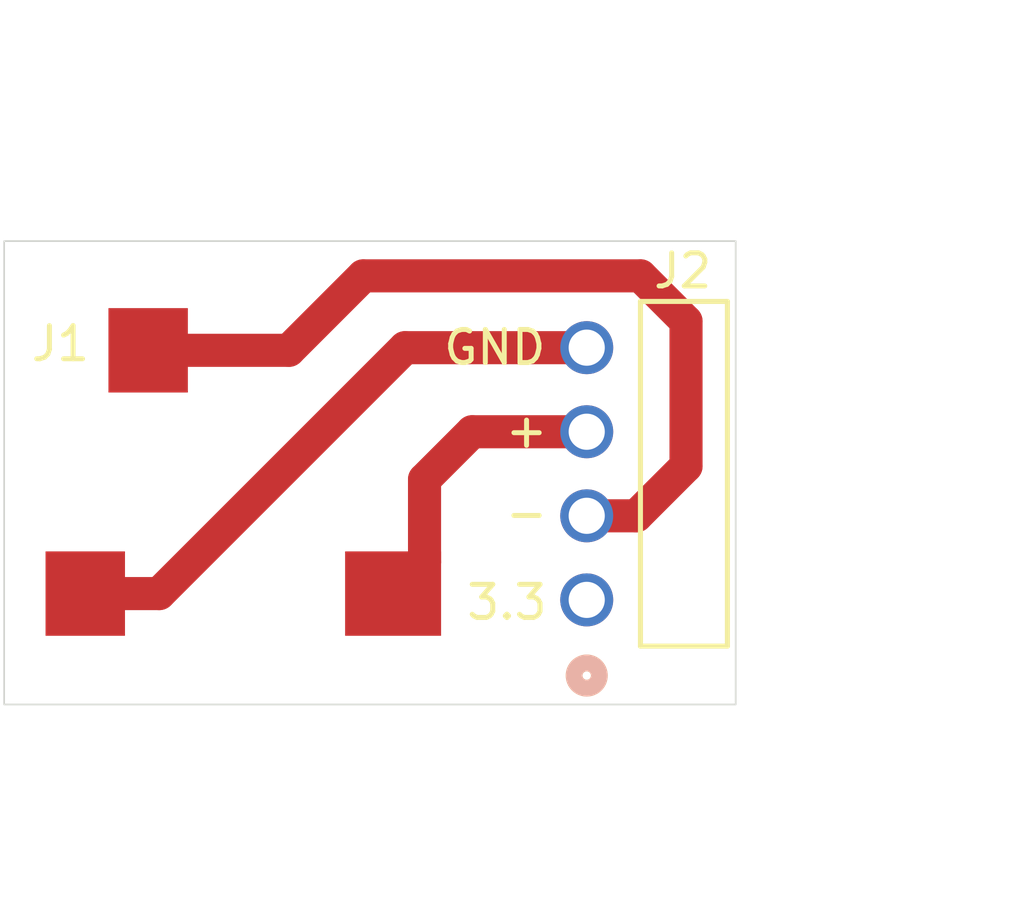
<source format=kicad_pcb>
(kicad_pcb (version 20240108) (generator "pcbnew") (generator_version "8.0")
  (layers (0 "F.Cu" signal) (31 "B.Cu" signal) (34 "B.Paste" user) (35 "F.Paste" user) (36 "B.SilkS" user "B.Silkscreen") (37 "F.SilkS" user "F.Silkscreen") (38 "B.Mask" user) (39 "F.Mask" user) (44 "Edge.Cuts" user))
  (net 0 "")
  (net 1 "/+IN")
  (net 2 "/GND")
  (net 3 "/-IN")
  (footprint "MiniJack2Jumper:35RASMT2BHNTRX" (layer "F.Cu") (at 132.45 95.675)
    (property "Reference" "J1" (at -5.35 -3.875 0) (layer "F.SilkS") (effects (font (size 1.000732 1.000732))))
    (property "Value" "SWITCHCRAFT_35RASMT2BHNTRX")
    (pad "" np_thru_hole circle (at -3.5 0) (size 1.6 1.6) (drill 1.6) (layers "*.Cu" "*.Mask" "In1.Cu" "In2.Cu" "In3.Cu" "In4.Cu" "In5.Cu" "In6.Cu" "In7.Cu" "In8.Cu" "In9.Cu" "In10.Cu" "In11.Cu" "In12.Cu" "In13.Cu" "In14.Cu" "In15.Cu" "In16.Cu" "In17.Cu" "In18.Cu" "In19.Cu" "In20.Cu" "In21.Cu" "In22.Cu" "In23.Cu" "In24.Cu" "In25.Cu" "In26.Cu" "In27.Cu" "In28.Cu" "In29.Cu" "In30.Cu"))
    (pad "" np_thru_hole circle (at 3.5 0) (size 1.6 1.6) (drill 1.6) (layers "*.Cu" "*.Mask" "In1.Cu" "In2.Cu" "In3.Cu" "In4.Cu" "In5.Cu" "In6.Cu" "In7.Cu" "In8.Cu" "In9.Cu" "In10.Cu" "In11.Cu" "In12.Cu" "In13.Cu" "In14.Cu" "In15.Cu" "In16.Cu" "In17.Cu" "In18.Cu" "In19.Cu" "In20.Cu" "In21.Cu" "In22.Cu" "In23.Cu" "In24.Cu" "In25.Cu" "In26.Cu" "In27.Cu" "In28.Cu" "In29.Cu" "In30.Cu"))
    (pad "1" smd rect (at -2.7 -3.675) (size 2.4 2.55) (layers "F.Cu" "F.Paste" "F.Mask") (net 3 "/-IN"))
    (pad "4" smd rect (at 4.7 3.675) (size 2.9 2.55) (layers "F.Cu" "F.Paste" "F.Mask") (net 1 "/+IN"))
    (pad "5" smd rect (at -4.6 3.675) (size 2.4 2.55) (layers "F.Cu" "F.Paste" "F.Mask") (net 2 "/GND"))
  )
  (footprint "MiniJack2Jumper:CONN04_901210124_MOL" (layer "F.Cu") (at 143 99.54 90)
    (property "Reference" "J2" (at 9.94 2.9 0) (layer "F.SilkS"))
    (property "Value" "901210124")
    (fp_circle (center -2.286 0) (end -1.905 0) (stroke (width 0.508)) (fill none) (layer "B.SilkS"))
    (fp_line (start 9.017 1.62306) (end -1.397 1.62306) (stroke (width 0.1524)) (layer "F.SilkS"))
    (fp_line (start -1.397 1.62306) (end -1.397 4.25) (stroke (width 0.1524)) (layer "F.SilkS"))
    (fp_line (start 9.017 4.25) (end 9.017 1.62306) (stroke (width 0.1524)) (layer "F.SilkS"))
    (fp_line (start -1.397 4.25) (end 9.017 4.25) (stroke (width 0.1524)) (layer "F.SilkS"))
    (fp_circle (center -2.286 0) (end -1.905 0) (stroke (width 0.508)) (fill none) (layer "F.SilkS"))
    (pad "1" thru_hole circle (at 0 0 90) (size 1.6002 1.6002) (drill 1.0922) (layers "*.Cu" "*.Mask" "In1.Cu" "In2.Cu" "In3.Cu" "In4.Cu" "In5.Cu" "In6.Cu" "In7.Cu" "In8.Cu" "In9.Cu" "In10.Cu" "In11.Cu" "In12.Cu" "In13.Cu" "In14.Cu" "In15.Cu" "In16.Cu" "In17.Cu" "In18.Cu" "In19.Cu" "In20.Cu" "In21.Cu" "In22.Cu" "In23.Cu" "In24.Cu" "In25.Cu" "In26.Cu" "In27.Cu" "In28.Cu" "In29.Cu" "In30.Cu"))
    (pad "2" thru_hole circle (at 2.54 0 90) (size 1.6002 1.6002) (drill 1.0922) (layers "*.Cu" "*.Mask" "In1.Cu" "In2.Cu" "In3.Cu" "In4.Cu" "In5.Cu" "In6.Cu" "In7.Cu" "In8.Cu" "In9.Cu" "In10.Cu" "In11.Cu" "In12.Cu" "In13.Cu" "In14.Cu" "In15.Cu" "In16.Cu" "In17.Cu" "In18.Cu" "In19.Cu" "In20.Cu" "In21.Cu" "In22.Cu" "In23.Cu" "In24.Cu" "In25.Cu" "In26.Cu" "In27.Cu" "In28.Cu" "In29.Cu" "In30.Cu") (net 3 "/-IN"))
    (pad "3" thru_hole circle (at 5.08 0 90) (size 1.6002 1.6002) (drill 1.0922) (layers "*.Cu" "*.Mask" "In1.Cu" "In2.Cu" "In3.Cu" "In4.Cu" "In5.Cu" "In6.Cu" "In7.Cu" "In8.Cu" "In9.Cu" "In10.Cu" "In11.Cu" "In12.Cu" "In13.Cu" "In14.Cu" "In15.Cu" "In16.Cu" "In17.Cu" "In18.Cu" "In19.Cu" "In20.Cu" "In21.Cu" "In22.Cu" "In23.Cu" "In24.Cu" "In25.Cu" "In26.Cu" "In27.Cu" "In28.Cu" "In29.Cu" "In30.Cu") (net 1 "/+IN"))
    (pad "4" thru_hole circle (at 7.62 0 90) (size 1.6002 1.6002) (drill 1.0922) (layers "*.Cu" "*.Mask" "In1.Cu" "In2.Cu" "In3.Cu" "In4.Cu" "In5.Cu" "In6.Cu" "In7.Cu" "In8.Cu" "In9.Cu" "In10.Cu" "In11.Cu" "In12.Cu" "In13.Cu" "In14.Cu" "In15.Cu" "In16.Cu" "In17.Cu" "In18.Cu" "In19.Cu" "In20.Cu" "In21.Cu" "In22.Cu" "In23.Cu" "In24.Cu" "In25.Cu" "In26.Cu" "In27.Cu" "In28.Cu" "In29.Cu" "In30.Cu") (net 2 "/GND"))
  )
  (gr_rect (start 125.4 88.7) (end 147.5 102.7) (stroke (width 0.05)) (fill none) (layer "Edge.Cuts"))
  (gr_text "3.3" (at 139.3 100.2 0) (layer "F.SilkS") (effects (font (size 1 1)) (justify left bottom)))
  (gr_text "+" (at 141.9 95 0) (layer "F.SilkS") (effects (font (size 1 1)) (justify right bottom)))
  (gr_text "-" (at 141.9 97.5 0) (layer "F.SilkS") (effects (font (size 1 1)) (justify right bottom)))
  (gr_text "GND\n" (at 138.6 92.5 0) (layer "F.SilkS") (effects (font (size 1 1)) (justify left bottom)))
  (segment (start 138.1 98.4) (end 137.15 99.35) (width 1) (layer "F.Cu") (net 1))
  (segment (start 138.1 95.9) (end 138.1 98.4) (width 1) (layer "F.Cu") (net 1))
  (segment (start 139.54 94.46) (end 138.1 95.9) (width 1) (layer "F.Cu") (net 1))
  (segment (start 143 94.46) (end 139.54 94.46) (width 1) (layer "F.Cu") (net 1))
  (segment (start 137.512969 91.92) (end 130.082969 99.35) (width 1) (layer "F.Cu") (net 2))
  (segment (start 130.082969 99.35) (end 127.85 99.35) (width 1) (layer "F.Cu") (net 2))
  (segment (start 143 91.92) (end 137.512969 91.92) (width 1) (layer "F.Cu") (net 2))
  (segment (start 134 92) (end 129.75 92) (width 1) (layer "F.Cu") (net 3))
  (segment (start 146 95.5) (end 146 91.125) (width 1) (layer "F.Cu") (net 3))
  (segment (start 143 97) (end 144.5 97) (width 1) (layer "F.Cu") (net 3))
  (segment (start 144.625 89.75) (end 136.25 89.75) (width 1) (layer "F.Cu") (net 3))
  (segment (start 136.25 89.75) (end 134 92) (width 1) (layer "F.Cu") (net 3))
  (segment (start 144.5 97) (end 146 95.5) (width 1) (layer "F.Cu") (net 3))
  (segment (start 146 91.125) (end 144.625 89.75) (width 1) (layer "F.Cu") (net 3))
)
</source>
